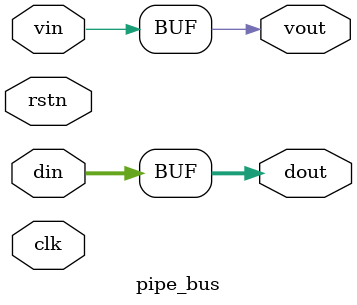
<source format=v>
module SSMBLOCK_TOP #(
    parameter integer DW        = 16,
    parameter integer N_TILE    = 16,
    parameter integer N_TOTAL   = 128,
    // Latency params (IP 설정에 맞춰 조정)
    parameter integer LAT_DX_M  = 6,   // dx: dt*x (mul)
    parameter integer LAT_DBX_M = 6,   // dBx: dx*B (mul)
    parameter integer LAT_DAH_M = 6,   // dAh: dA*hprev (mul)
    parameter integer LAT_ADD_A = 11,  // h_next: add
    parameter integer LAT_HC_M  = 6    // hC: h_next*C (mul)
)(
    input  wire                   clk,
    input  wire                   rstn,

    // 타일 유효(연속 타일 스트리밍), 마지막 타일 표시는 TB가 관리(여기선 불필요)
    input  wire                   tile_valid_i,
    output wire                   tile_ready_o,   // 필요시 backpressure, 기본 1

    // Scalars
    input  wire [DW-1:0]          dt_i,
    input  wire [DW-1:0]          dA_i,
    input  wire [DW-1:0]          x_i,
    input  wire [DW-1:0]          D_i,

    // Tile vectors (N_TILE)
    input  wire [N_TILE*DW-1:0]   B_tile_i,
    input  wire [N_TILE*DW-1:0]   C_tile_i,
    input  wire [N_TILE*DW-1:0]   hprev_tile_i,

    // 최종 출력: y = sum_{n=0..127} hC[n] + x*D  (N=128 처리 끝날 때 1펄스)
    output wire [DW-1:0]          y_final_o,
    output wire                   y_final_valid_o
);
    // ------------------------------------------------------------
    localparam integer TILES_PER_GROUP = N_TOTAL / N_TILE; // 8

    // ============================================================
    // 1) dx = dt * x   (scalar)
    // ============================================================
    wire [DW-1:0] dx_w;
    wire          v_dx;

    dx #(.DW(DW), .MUL_LAT(LAT_DX_M)) u_dx (
        .clk     (clk),
        .rstn    (rstn),
        .valid_i (tile_valid_i), // 첫 타일부터 계속 공급(II=1)
        .dt_i    (dt_i),
        .x_i     (x_i),
        .dx_o    (dx_w),
        .valid_o (v_dx)
    );

    // ============================================================
    // 2) dBx = dx * B[n] (N_TILE 병렬)
    // ============================================================
    wire [N_TILE*DW-1:0] dBx_w;
    wire                 v_dBx;

    dBx #(.DW(DW), .N_TILE(N_TILE), .MUL_LAT(LAT_DBX_M)) u_dBx (
        .clk     (clk),
        .rstn    (rstn),
        .valid_i (v_dx),
        .dx_i    (dx_w),
        .Bmat_i  (B_tile_i),
        .dBx_o   (dBx_w),
        .valid_o (v_dBx)
    );

    // ============================================================
    // 3) dAh = dA * hprev[n] (N_TILE 병렬) + dBx 경로와 정렬
    // ============================================================
    wire [N_TILE*DW-1:0] dAh_raw_w, dAh_w;
    wire                 v_dAh_raw,  v_dAh;

    dAh #(.DW(DW), .N_TILE(N_TILE), .MUL_LAT(LAT_DAH_M)) u_dAh (
        .clk      (clk),
        .rstn     (rstn),
        .valid_i  (tile_valid_i),
        .dA_i     (dA_i),
        .hprev_i  (hprev_tile_i),
        .dAh_o    (dAh_raw_w),
        .valid_o  (v_dAh_raw)
    );

    // dAh가 더 빨리 나오면 그만큼 늦춰서 h_next 입력 타이밍 맞춤
    localparam integer DLY_DAH_ALIGN = (LAT_DX_M + LAT_DBX_M) - LAT_DAH_M;
    wire [N_TILE*DW-1:0] dAh_dly_w;
    wire                 v_dAh_dly;

    pipe_bus #(.W(N_TILE*DW), .D((DLY_DAH_ALIGN>0)?DLY_DAH_ALIGN:0)) u_dly_dAh_bus (
        .clk   (clk), .rstn(rstn),
        .din   (dAh_raw_w), .vin(v_dAh_raw),
        .dout  (dAh_dly_w), .vout(v_dAh_dly)
    );

    assign dAh_w = (DLY_DAH_ALIGN>0) ? dAh_dly_w : dAh_raw_w;
    assign v_dAh = (DLY_DAH_ALIGN>0) ? v_dAh_dly : v_dAh_raw;

    // ============================================================
    // 4) h_next = dBx + dAh (lane-wise)
    // ============================================================
    wire [N_TILE*DW-1:0] hnext_w;
    wire                 v_hnext;

    h_next #(.DW(DW), .N_TILE(N_TILE), .ADD_LAT(LAT_ADD_A)) u_hnext (
        .clk      (clk),
        .rstn     (rstn),
        .valid_i  (v_dBx & v_dAh),
        .dBx_i    (dBx_w),
        .dAh_i    (dAh_w),
        .hnext_o  (hnext_w),
        .valid_o  (v_hnext)
    );

    // ============================================================
    // 5) hC = h_next * C[n] (lane-wise) → 타일 hC[16]
    // ============================================================
    wire [N_TILE*DW-1:0] hC_tile_o;
    wire                 v_hC;

    hC #(.DW(DW), .N_TILE(N_TILE), .MUL_LAT(LAT_HC_M)) u_hC (
        .clk      (clk),
        .rstn     (rstn),
        .valid_i  (v_hnext),
        .hnext_i  (hnext_w),
        .C_i      (C_tile_i),
        .hC_o     (hC_tile_o),
        .valid_o  (v_hC)
    );

    // ============================================================
    // 6) 타일 수집기: hC[16]을 8장 모아 128-lane 버스 구성
    // ============================================================
    reg  [N_TILE*DW-1:0] hC_buf [0:TILES_PER_GROUP-1]; // 8개 타일 버퍼
    reg  [2:0]           tile_ptr;   // 0..7
    reg                  grp_emit;   // 이번 싸이클에 8타일이 모였다는 펄스
    wire                 accept_tile = v_hC;

    // xD = x*D (한 그룹의 첫 타일에서 한 번 계산 후 보관)
    reg  [DW-1:0] xD_hold;
    reg           xD_hold_v;
    wire [DW-1:0] xD_w;
    wire          v_xD_w;

    // 필요하면 여길 네가 쓰는 xD 래퍼로 교체해도 됨
    fp16_mult_wrapper u_mul_xD (
        .clk       (clk),
        .valid_in  (accept_tile && (tile_ptr==3'd0)),
        .a         (x_i),
        .b         (D_i),
        .result    (xD_w),
        .valid_out (v_xD_w)
    );

    integer ti;
    always @(posedge clk or negedge rstn) begin
        if (!rstn) begin
            tile_ptr  <= 3'd0;
            grp_emit  <= 1'b0;
            xD_hold   <= {DW{1'b0}};
            xD_hold_v <= 1'b0;
            for (ti=0; ti<TILES_PER_GROUP; ti=ti+1) hC_buf[ti] <= {N_TILE*DW{1'b0}};
        end else begin
            grp_emit <= 1'b0;

            if (accept_tile) begin
                // 현재 타일 저장
                hC_buf[tile_ptr] <= hC_tile_o;

                // xD 보관 (첫 타일에서 계산 완료되면 래치)
                if (v_xD_w) begin
                    xD_hold   <= xD_w;
                    xD_hold_v <= 1'b1;
                end

                // 타일 포인터 증가 및 그룹 완료
                if (tile_ptr == TILES_PER_GROUP-1) begin
                    tile_ptr <= 3'd0;
                    grp_emit <= 1'b1;    // 8번째 타일이 막 들어온 싸이클
                end else begin
                    tile_ptr <= tile_ptr + 3'd1;
                end
            end
        end
    end

    // 8개 타일을 128-lane 버스로 평탄화
    wire [N_TOTAL*DW-1:0] hC_128_bus;
    assign hC_128_bus = {
        hC_buf[7], hC_buf[6], hC_buf[5], hC_buf[4],
        hC_buf[3], hC_buf[2], hC_buf[1], hC_buf[0]
    };

    // ============================================================
    // 7) 128합 트리: y_tmp = Σ_{n=0..127} hC[n]
    //    (네 모듈 포트명에 맞춰 연결. 아래는 예시)
    // ============================================================
    wire [DW-1:0] y_tmp_w;
    wire          y_tmp_v;

    fp16_adder_tree_128 u_sum128 (
        .clk       (clk),
        .rst       (rstn),          // 네 모듈이 rstn이면 포트명만 바꿔
        .valid_in  (grp_emit),      // 8타일 모였을 때 1싸이클 펄스
        .in_flat   (hC_128_bus),    // 128*DW 입력
        .sum       (y_tmp_w),       // Σ128 결과
        .valid_out (y_tmp_v)        // 트리 내부 지연 후 1
    );

    // ============================================================
    // 8) 최종 y = y_tmp + xD  (그룹 완료 시점에 1펄스)
    // ============================================================
    wire [DW-1:0] y_final_w;
    wire          v_y_final_w;

    fp16_add_wrapper u_add_yfinal (
        .clk       (clk),
        .valid_in  (y_tmp_v & xD_hold_v),
        .a         (y_tmp_w),
        .b         (xD_hold),
        .result    (y_final_w),
        .valid_out (v_y_final_w)
    );

    assign y_final_o        = y_final_w;
    assign y_final_valid_o  = v_y_final_w;

    // 타일 입력 항상 수락 (필요시 내부 ready와 AND 하세요)
    assign tile_ready_o = 1'b1;

endmodule


// ------------------------------------------------------------
// Data+valid pipeline utility (데이터+valid를 D싸이클 지연)
// ------------------------------------------------------------
module pipe_bus #(
    parameter integer W = 16,
    parameter integer D = 0
)(
    input  wire             clk,
    input  wire             rstn,
    input  wire [W-1:0]     din,
    input  wire             vin,
    output wire [W-1:0]     dout,
    output wire             vout
);
    generate
        if (D == 0) begin : G_D0
            assign dout = din;
            assign vout = vin;
        end else begin : G_DN
            reg [W-1:0] q  [0:D-1];
            reg         qv [0:D-1];
            integer i;
            always @(posedge clk or negedge rstn) begin
                if (!rstn) begin
                    for (i=0;i<D;i=i+1) begin
                        q[i]  <= {W{1'b0}};
                        qv[i] <= 1'b0;
                    end
                end else begin
                    q [0] <= din;  qv[0] <= vin;
                    for (i=1;i<D;i=i+1) begin
                        q [i] <= q [i-1];
                        qv[i] <= qv[i-1];
                    end
                end
            end
            assign dout = q [D-1];
            assign vout = qv[D-1];
        end
    endgenerate
endmodule

</source>
